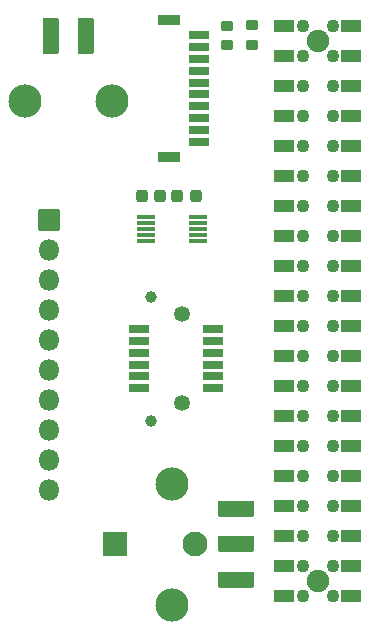
<source format=gts>
%TF.GenerationSoftware,KiCad,Pcbnew,(6.0.5)*%
%TF.CreationDate,2022-06-23T22:14:42-04:00*%
%TF.ProjectId,pi_zero_shield,70695f7a-6572-46f5-9f73-6869656c642e,rev?*%
%TF.SameCoordinates,Original*%
%TF.FileFunction,Soldermask,Top*%
%TF.FilePolarity,Negative*%
%FSLAX46Y46*%
G04 Gerber Fmt 4.6, Leading zero omitted, Abs format (unit mm)*
G04 Created by KiCad (PCBNEW (6.0.5)) date 2022-06-23 22:14:42*
%MOMM*%
%LPD*%
G01*
G04 APERTURE LIST*
G04 Aperture macros list*
%AMRoundRect*
0 Rectangle with rounded corners*
0 $1 Rounding radius*
0 $2 $3 $4 $5 $6 $7 $8 $9 X,Y pos of 4 corners*
0 Add a 4 corners polygon primitive as box body*
4,1,4,$2,$3,$4,$5,$6,$7,$8,$9,$2,$3,0*
0 Add four circle primitives for the rounded corners*
1,1,$1+$1,$2,$3*
1,1,$1+$1,$4,$5*
1,1,$1+$1,$6,$7*
1,1,$1+$1,$8,$9*
0 Add four rect primitives between the rounded corners*
20,1,$1+$1,$2,$3,$4,$5,0*
20,1,$1+$1,$4,$5,$6,$7,0*
20,1,$1+$1,$6,$7,$8,$9,0*
20,1,$1+$1,$8,$9,$2,$3,0*%
G04 Aperture macros list end*
%ADD10RoundRect,0.275000X-0.225000X-0.250000X0.225000X-0.250000X0.225000X0.250000X-0.225000X0.250000X0*%
%ADD11C,0.990000*%
%ADD12RoundRect,0.050000X-0.800000X0.300000X-0.800000X-0.300000X0.800000X-0.300000X0.800000X0.300000X0*%
%ADD13C,1.348000*%
%ADD14RoundRect,0.050000X0.635000X1.460000X-0.635000X1.460000X-0.635000X-1.460000X0.635000X-1.460000X0*%
%ADD15C,2.810000*%
%ADD16RoundRect,0.050000X0.775000X-0.300000X0.775000X0.300000X-0.775000X0.300000X-0.775000X-0.300000X0*%
%ADD17RoundRect,0.050000X0.900000X-0.400000X0.900000X0.400000X-0.900000X0.400000X-0.900000X-0.400000X0*%
%ADD18RoundRect,0.250000X-0.275000X0.200000X-0.275000X-0.200000X0.275000X-0.200000X0.275000X0.200000X0*%
%ADD19RoundRect,0.050000X-0.850000X-0.850000X0.850000X-0.850000X0.850000X0.850000X-0.850000X0.850000X0*%
%ADD20O,1.800000X1.800000*%
%ADD21RoundRect,0.275000X0.225000X0.250000X-0.225000X0.250000X-0.225000X-0.250000X0.225000X-0.250000X0*%
%ADD22RoundRect,0.125000X0.650000X0.075000X-0.650000X0.075000X-0.650000X-0.075000X0.650000X-0.075000X0*%
%ADD23C,1.100000*%
%ADD24C,1.900000*%
%ADD25RoundRect,0.050000X-0.825000X-0.500000X0.825000X-0.500000X0.825000X0.500000X-0.825000X0.500000X0*%
%ADD26RoundRect,0.050000X-0.800000X-0.500000X0.800000X-0.500000X0.800000X0.500000X-0.800000X0.500000X0*%
%ADD27RoundRect,0.050000X1.460000X-0.635000X1.460000X0.635000X-1.460000X0.635000X-1.460000X-0.635000X0*%
%ADD28RoundRect,0.050000X-1.000000X-1.000000X1.000000X-1.000000X1.000000X1.000000X-1.000000X1.000000X0*%
%ADD29C,2.100000*%
G04 APERTURE END LIST*
D10*
%TO.C,C1*%
X125600000Y-95987325D03*
X127150000Y-95987325D03*
%TD*%
D11*
%TO.C,J3*%
X126350000Y-104525000D03*
X126350000Y-115025000D03*
D12*
X125375000Y-107275000D03*
X131625000Y-107275000D03*
X125375000Y-108275000D03*
X131625000Y-108275000D03*
X125375000Y-109275000D03*
X131625000Y-109275000D03*
X125375000Y-110275000D03*
X131625000Y-110275000D03*
X125375000Y-111275000D03*
X131625000Y-111275000D03*
X125375000Y-112275000D03*
X131625000Y-112275000D03*
D13*
X129000000Y-106025000D03*
X129000000Y-113525000D03*
%TD*%
D14*
%TO.C,J5*%
X120900000Y-82495000D03*
X117900000Y-82495000D03*
D15*
X123050000Y-87965000D03*
X115750000Y-87965000D03*
%TD*%
D16*
%TO.C,J1*%
X130457500Y-91400000D03*
X130457500Y-90400000D03*
X130457500Y-89400000D03*
X130457500Y-88400000D03*
X130457500Y-87400000D03*
X130457500Y-86400000D03*
X130457500Y-85400000D03*
X130457500Y-84400000D03*
X130457500Y-83400000D03*
X130457500Y-82400000D03*
D17*
X127882500Y-92700000D03*
X127882500Y-81100000D03*
%TD*%
D18*
%TO.C,R2*%
X132800000Y-81575000D03*
X132800000Y-83225000D03*
%TD*%
D19*
%TO.C,J4*%
X117750000Y-98025000D03*
D20*
X117750000Y-100565000D03*
X117750000Y-103105000D03*
X117750000Y-105645000D03*
X117750000Y-108185000D03*
X117750000Y-110725000D03*
X117750000Y-113265000D03*
X117750000Y-115805000D03*
X117750000Y-118345000D03*
X117750000Y-120885000D03*
%TD*%
D21*
%TO.C,C2*%
X130175000Y-95987325D03*
X128625000Y-95987325D03*
%TD*%
D22*
%TO.C,U1*%
X130400000Y-99782325D03*
X130400000Y-99282325D03*
X130400000Y-98782325D03*
X130400000Y-98282325D03*
X130400000Y-97782325D03*
X126000000Y-97782325D03*
X126000000Y-98282325D03*
X126000000Y-98782325D03*
X126000000Y-99282325D03*
X126000000Y-99782325D03*
%TD*%
D18*
%TO.C,R1*%
X134900000Y-81550000D03*
X134900000Y-83200000D03*
%TD*%
D23*
%TO.C,J2*%
X139230000Y-127340000D03*
X141770000Y-104480000D03*
X139230000Y-117180000D03*
X141770000Y-124800000D03*
X141770000Y-96860000D03*
X141770000Y-86700000D03*
X141770000Y-119720000D03*
X141770000Y-84160000D03*
X141770000Y-91780000D03*
X139230000Y-129880000D03*
X141770000Y-117180000D03*
X139230000Y-119720000D03*
X141770000Y-112100000D03*
X139230000Y-86700000D03*
X139230000Y-112100000D03*
X139230000Y-122260000D03*
X141770000Y-89240000D03*
X141770000Y-99400000D03*
X141770000Y-81620000D03*
X141770000Y-94320000D03*
X139230000Y-99400000D03*
X139230000Y-109560000D03*
X139230000Y-107020000D03*
D24*
X140500000Y-128620000D03*
D23*
X139230000Y-94320000D03*
X139230000Y-81620000D03*
X141770000Y-114640000D03*
X139230000Y-84160000D03*
X139230000Y-104480000D03*
X141770000Y-101940000D03*
X141770000Y-129880000D03*
X139230000Y-91780000D03*
X139230000Y-101940000D03*
X141770000Y-127340000D03*
X139230000Y-96860000D03*
X141770000Y-107020000D03*
X139230000Y-124800000D03*
X141770000Y-109560000D03*
X139230000Y-89240000D03*
D24*
X140500000Y-82870000D03*
D23*
X139230000Y-114640000D03*
X141770000Y-122260000D03*
D25*
X137675000Y-81620000D03*
D26*
X143325000Y-81620000D03*
D25*
X137675000Y-84160000D03*
D26*
X143325000Y-84160000D03*
X137675000Y-86700000D03*
X143325000Y-86700000D03*
X137675000Y-89240000D03*
X143325000Y-89240000D03*
X137675000Y-91780000D03*
X143325000Y-91780000D03*
X137675000Y-94320000D03*
X143325000Y-94320000D03*
X137675000Y-96860000D03*
X143325000Y-96860000D03*
X137675000Y-99400000D03*
X143325000Y-99400000D03*
X137675000Y-101940000D03*
X143325000Y-101940000D03*
X137675000Y-104480000D03*
X143325000Y-104480000D03*
X137675000Y-107020000D03*
X143325000Y-107020000D03*
X137675000Y-109560000D03*
X143325000Y-109560000D03*
X137675000Y-112100000D03*
X143325000Y-112100000D03*
X137675000Y-114640000D03*
X143325000Y-114640000D03*
X137675000Y-117180000D03*
X143325000Y-117180000D03*
X137675000Y-119720000D03*
X143325000Y-119720000D03*
X137675000Y-122260000D03*
X143325000Y-122260000D03*
X137675000Y-124800000D03*
X143325000Y-124800000D03*
X137675000Y-127340000D03*
X143325000Y-127340000D03*
X137675000Y-129880000D03*
X143325000Y-129880000D03*
%TD*%
D27*
%TO.C,J6*%
X133600000Y-128500000D03*
X133600000Y-125500000D03*
X133600000Y-122500000D03*
D15*
X128130000Y-130650000D03*
X128130000Y-120350000D03*
%TD*%
D28*
%TO.C,BZ1*%
X123340000Y-125490000D03*
D29*
X130090000Y-125490000D03*
%TD*%
M02*

</source>
